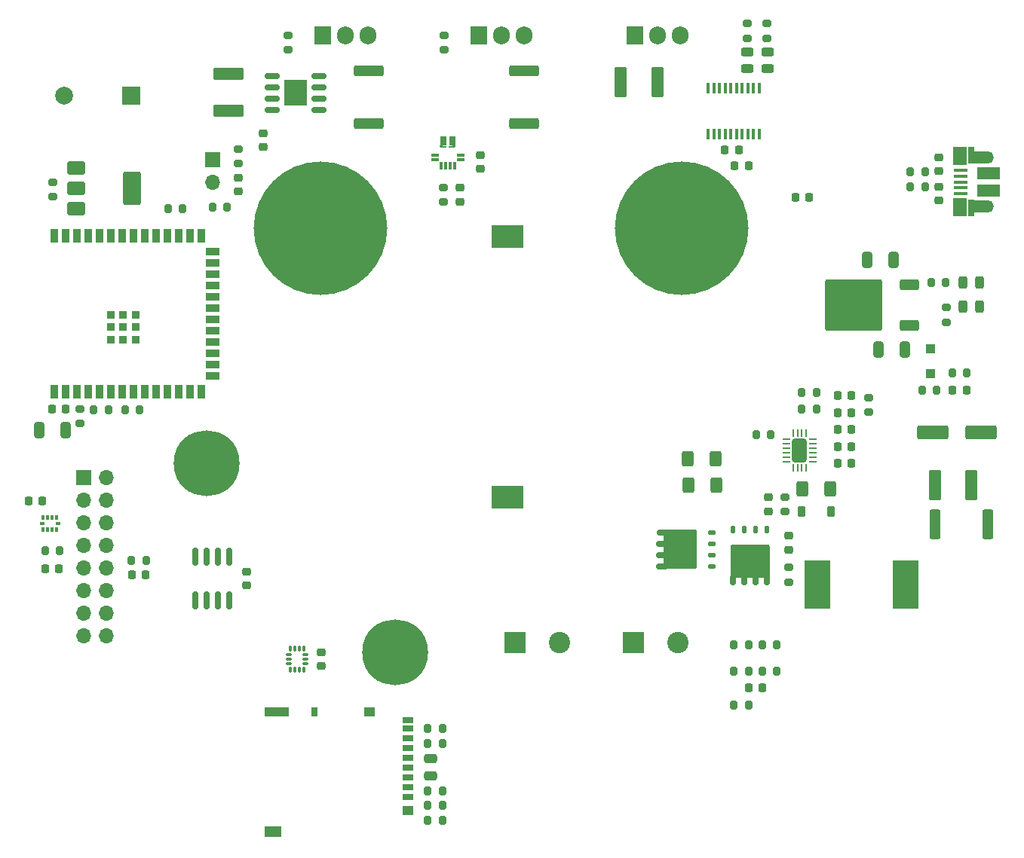
<source format=gbr>
%TF.GenerationSoftware,KiCad,Pcbnew,7.0.2-0*%
%TF.CreationDate,2023-08-15T10:21:39+08:00*%
%TF.ProjectId,H160_board,48313630-5f62-46f6-9172-642e6b696361,rev?*%
%TF.SameCoordinates,Original*%
%TF.FileFunction,Soldermask,Top*%
%TF.FilePolarity,Negative*%
%FSLAX46Y46*%
G04 Gerber Fmt 4.6, Leading zero omitted, Abs format (unit mm)*
G04 Created by KiCad (PCBNEW 7.0.2-0) date 2023-08-15 10:21:39*
%MOMM*%
%LPD*%
G01*
G04 APERTURE LIST*
G04 Aperture macros list*
%AMRoundRect*
0 Rectangle with rounded corners*
0 $1 Rounding radius*
0 $2 $3 $4 $5 $6 $7 $8 $9 X,Y pos of 4 corners*
0 Add a 4 corners polygon primitive as box body*
4,1,4,$2,$3,$4,$5,$6,$7,$8,$9,$2,$3,0*
0 Add four circle primitives for the rounded corners*
1,1,$1+$1,$2,$3*
1,1,$1+$1,$4,$5*
1,1,$1+$1,$6,$7*
1,1,$1+$1,$8,$9*
0 Add four rect primitives between the rounded corners*
20,1,$1+$1,$2,$3,$4,$5,0*
20,1,$1+$1,$4,$5,$6,$7,0*
20,1,$1+$1,$6,$7,$8,$9,0*
20,1,$1+$1,$8,$9,$2,$3,0*%
%AMRotRect*
0 Rectangle, with rotation*
0 The origin of the aperture is its center*
0 $1 length*
0 $2 width*
0 $3 Rotation angle, in degrees counterclockwise*
0 Add horizontal line*
21,1,$1,$2,0,0,$3*%
G04 Aperture macros list end*
%ADD10RoundRect,0.125000X0.300000X-0.125000X0.300000X0.125000X-0.300000X0.125000X-0.300000X-0.125000X0*%
%ADD11RoundRect,0.250000X1.625000X-1.955000X1.625000X1.955000X-1.625000X1.955000X-1.625000X-1.955000X0*%
%ADD12RoundRect,0.150000X0.487500X-0.150000X0.487500X0.150000X-0.487500X0.150000X-0.487500X-0.150000X0*%
%ADD13RoundRect,0.150000X0.450000X-0.150000X0.450000X0.150000X-0.450000X0.150000X-0.450000X-0.150000X0*%
%ADD14RoundRect,0.150000X0.337500X-0.150000X0.337500X0.150000X-0.337500X0.150000X-0.337500X-0.150000X0*%
%ADD15RoundRect,0.200000X0.200000X0.275000X-0.200000X0.275000X-0.200000X-0.275000X0.200000X-0.275000X0*%
%ADD16RoundRect,0.200000X-0.200000X-0.275000X0.200000X-0.275000X0.200000X0.275000X-0.200000X0.275000X0*%
%ADD17RoundRect,0.225000X0.225000X0.250000X-0.225000X0.250000X-0.225000X-0.250000X0.225000X-0.250000X0*%
%ADD18RoundRect,0.225000X-0.250000X0.225000X-0.250000X-0.225000X0.250000X-0.225000X0.250000X0.225000X0*%
%ADD19RoundRect,0.125000X0.125000X0.300000X-0.125000X0.300000X-0.125000X-0.300000X0.125000X-0.300000X0*%
%ADD20RoundRect,0.250000X1.955000X1.625000X-1.955000X1.625000X-1.955000X-1.625000X1.955000X-1.625000X0*%
%ADD21RoundRect,0.150000X0.150000X0.487500X-0.150000X0.487500X-0.150000X-0.487500X0.150000X-0.487500X0*%
%ADD22RoundRect,0.150000X0.150000X0.450000X-0.150000X0.450000X-0.150000X-0.450000X0.150000X-0.450000X0*%
%ADD23RoundRect,0.150000X0.150000X0.337500X-0.150000X0.337500X-0.150000X-0.337500X0.150000X-0.337500X0*%
%ADD24RoundRect,0.200000X0.275000X-0.200000X0.275000X0.200000X-0.275000X0.200000X-0.275000X-0.200000X0*%
%ADD25RoundRect,0.243750X0.243750X0.456250X-0.243750X0.456250X-0.243750X-0.456250X0.243750X-0.456250X0*%
%ADD26RoundRect,0.250000X0.325000X0.650000X-0.325000X0.650000X-0.325000X-0.650000X0.325000X-0.650000X0*%
%ADD27R,2.400000X2.400000*%
%ADD28C,2.400000*%
%ADD29RoundRect,0.200000X-0.275000X0.200000X-0.275000X-0.200000X0.275000X-0.200000X0.275000X0.200000X0*%
%ADD30RoundRect,0.250000X-1.425000X0.362500X-1.425000X-0.362500X1.425000X-0.362500X1.425000X0.362500X0*%
%ADD31R,1.650000X0.400000*%
%ADD32R,0.700000X1.825000*%
%ADD33R,1.500000X2.000000*%
%ADD34R,2.000000X1.350000*%
%ADD35O,1.700000X1.350000*%
%ADD36O,1.500000X1.100000*%
%ADD37R,2.500000X1.430000*%
%ADD38R,0.900000X1.500000*%
%ADD39R,1.500000X0.900000*%
%ADD40R,0.900000X0.900000*%
%ADD41RoundRect,0.062500X0.362500X0.062500X-0.362500X0.062500X-0.362500X-0.062500X0.362500X-0.062500X0*%
%ADD42RoundRect,0.062500X0.062500X0.362500X-0.062500X0.362500X-0.062500X-0.362500X0.062500X-0.362500X0*%
%ADD43RoundRect,0.250000X0.575000X1.075000X-0.575000X1.075000X-0.575000X-1.075000X0.575000X-1.075000X0*%
%ADD44C,15.000000*%
%ADD45RoundRect,0.250000X0.850000X0.350000X-0.850000X0.350000X-0.850000X-0.350000X0.850000X-0.350000X0*%
%ADD46RoundRect,0.249997X2.950003X2.650003X-2.950003X2.650003X-2.950003X-2.650003X2.950003X-2.650003X0*%
%ADD47RoundRect,0.250000X-0.750000X-0.500000X0.750000X-0.500000X0.750000X0.500000X-0.750000X0.500000X0*%
%ADD48RoundRect,0.250000X-0.750000X-1.650000X0.750000X-1.650000X0.750000X1.650000X-0.750000X1.650000X0*%
%ADD49R,2.900000X5.400000*%
%ADD50RoundRect,0.250000X-0.400000X-0.625000X0.400000X-0.625000X0.400000X0.625000X-0.400000X0.625000X0*%
%ADD51C,4.100000*%
%ADD52C,7.400000*%
%ADD53RoundRect,0.250000X-0.475000X0.250000X-0.475000X-0.250000X0.475000X-0.250000X0.475000X0.250000X0*%
%ADD54RoundRect,0.150000X0.150000X-0.825000X0.150000X0.825000X-0.150000X0.825000X-0.150000X-0.825000X0*%
%ADD55RoundRect,0.225000X0.250000X-0.225000X0.250000X0.225000X-0.250000X0.225000X-0.250000X-0.225000X0*%
%ADD56R,1.905000X2.000000*%
%ADD57O,1.905000X2.000000*%
%ADD58RoundRect,0.250000X-0.300000X0.300000X-0.300000X-0.300000X0.300000X-0.300000X0.300000X0.300000X0*%
%ADD59R,0.400000X1.200000*%
%ADD60R,0.800000X1.070000*%
%ADD61RotRect,0.282800X0.282800X315.000000*%
%ADD62R,0.600000X0.200000*%
%ADD63R,0.850000X0.300000*%
%ADD64R,0.300000X0.850000*%
%ADD65RoundRect,0.225000X-0.225000X-0.250000X0.225000X-0.250000X0.225000X0.250000X-0.225000X0.250000X0*%
%ADD66R,2.000000X2.000000*%
%ADD67C,2.000000*%
%ADD68R,1.700000X1.700000*%
%ADD69O,1.700000X1.700000*%
%ADD70RoundRect,0.150000X0.675000X0.150000X-0.675000X0.150000X-0.675000X-0.150000X0.675000X-0.150000X0*%
%ADD71R,2.650000X3.000000*%
%ADD72RoundRect,0.249999X0.450001X1.450001X-0.450001X1.450001X-0.450001X-1.450001X0.450001X-1.450001X0*%
%ADD73RoundRect,0.250000X-0.362500X-1.425000X0.362500X-1.425000X0.362500X1.425000X-0.362500X1.425000X0*%
%ADD74RoundRect,0.243750X0.456250X-0.243750X0.456250X0.243750X-0.456250X0.243750X-0.456250X-0.243750X0*%
%ADD75RoundRect,0.249999X-1.450001X0.450001X-1.450001X-0.450001X1.450001X-0.450001X1.450001X0.450001X0*%
%ADD76RoundRect,0.225000X-0.225000X-0.375000X0.225000X-0.375000X0.225000X0.375000X-0.225000X0.375000X0*%
%ADD77RoundRect,0.250000X1.500000X0.550000X-1.500000X0.550000X-1.500000X-0.550000X1.500000X-0.550000X0*%
%ADD78R,3.600000X2.600000*%
%ADD79R,1.200000X0.700000*%
%ADD80R,0.800000X1.000000*%
%ADD81R,1.200000X1.000000*%
%ADD82R,2.800000X1.000000*%
%ADD83R,1.900000X1.300000*%
%ADD84R,0.300000X0.580000*%
%ADD85R,0.630000X0.350000*%
%ADD86RoundRect,0.087500X0.087500X-0.225000X0.087500X0.225000X-0.087500X0.225000X-0.087500X-0.225000X0*%
%ADD87RoundRect,0.087500X0.225000X-0.087500X0.225000X0.087500X-0.225000X0.087500X-0.225000X-0.087500X0*%
G04 APERTURE END LIST*
D10*
%TO.C,Q1*%
X123675000Y-123455000D03*
X123675000Y-122185000D03*
X123675000Y-120915000D03*
X123675000Y-119645000D03*
D11*
X120125000Y-121550000D03*
D12*
X118082600Y-123455000D03*
D13*
X118057200Y-119645000D03*
D14*
X117930200Y-122185000D03*
X117930200Y-120915000D03*
%TD*%
D15*
%TO.C,R35*%
X93425000Y-152000000D03*
X91775000Y-152000000D03*
%TD*%
D16*
%TO.C,R15*%
X148275000Y-91600000D03*
X149925000Y-91600000D03*
%TD*%
D17*
%TO.C,C30*%
X48475000Y-116150000D03*
X46925000Y-116150000D03*
%TD*%
D18*
%TO.C,C34*%
X95400000Y-80925000D03*
X95400000Y-82475000D03*
%TD*%
D19*
%TO.C,Q2*%
X129880000Y-119350000D03*
X128610000Y-119350000D03*
X127340000Y-119350000D03*
X126070000Y-119350000D03*
D20*
X127975000Y-122900000D03*
D21*
X129880000Y-124942400D03*
D22*
X126070000Y-124967800D03*
D23*
X128610000Y-125094800D03*
X127340000Y-125094800D03*
%TD*%
D24*
%TO.C,R26*%
X49700000Y-81925000D03*
X49700000Y-80275000D03*
%TD*%
D17*
%TO.C,C27*%
X51095000Y-105825000D03*
X49545000Y-105825000D03*
%TD*%
D15*
%TO.C,R33*%
X127775000Y-139025000D03*
X126125000Y-139025000D03*
%TD*%
D16*
%TO.C,R1*%
X126150000Y-135225000D03*
X127800000Y-135225000D03*
%TD*%
D25*
%TO.C,D4*%
X153737500Y-91600000D03*
X151862500Y-91600000D03*
%TD*%
D15*
%TO.C,R19*%
X147600000Y-79075000D03*
X145950000Y-79075000D03*
%TD*%
D26*
%TO.C,C17*%
X144050000Y-89000000D03*
X141100000Y-89000000D03*
%TD*%
D27*
%TO.C,C4*%
X101601041Y-132000000D03*
D28*
X106601041Y-132000000D03*
%TD*%
D29*
%TO.C,R27*%
X52700000Y-105775000D03*
X52700000Y-107425000D03*
%TD*%
D30*
%TO.C,R20*%
X102600000Y-67737500D03*
X102600000Y-73662500D03*
%TD*%
D31*
%TO.C,J6*%
X151600000Y-81560000D03*
X151600000Y-80910000D03*
X151600000Y-80260000D03*
X151600000Y-79610000D03*
X151600000Y-78960000D03*
D32*
X152800000Y-83210000D03*
D33*
X151500000Y-83110000D03*
D34*
X153550000Y-82990000D03*
D35*
X154480000Y-82990000D03*
D36*
X151480000Y-82680000D03*
D37*
X154750000Y-81220000D03*
X154750000Y-79300000D03*
D36*
X151480000Y-77840000D03*
D35*
X154480000Y-77530000D03*
D34*
X153550000Y-77510000D03*
D33*
X151480000Y-77360000D03*
D32*
X152800000Y-77260000D03*
%TD*%
D38*
%TO.C,U6*%
X49840000Y-103825000D03*
X51110000Y-103825000D03*
X52380000Y-103825000D03*
X53650000Y-103825000D03*
X54920000Y-103825000D03*
X56190000Y-103825000D03*
X57460000Y-103825000D03*
X58730000Y-103825000D03*
X60000000Y-103825000D03*
X61270000Y-103825000D03*
X62540000Y-103825000D03*
X63810000Y-103825000D03*
X65080000Y-103825000D03*
X66350000Y-103825000D03*
D39*
X67600000Y-102060000D03*
X67600000Y-100790000D03*
X67600000Y-99520000D03*
X67600000Y-98250000D03*
X67600000Y-96980000D03*
X67600000Y-95710000D03*
X67600000Y-94440000D03*
X67600000Y-93170000D03*
X67600000Y-91900000D03*
X67600000Y-90630000D03*
X67600000Y-89360000D03*
X67600000Y-88090000D03*
D38*
X66350000Y-86325000D03*
X65080000Y-86325000D03*
X63810000Y-86325000D03*
X62540000Y-86325000D03*
X61270000Y-86325000D03*
X60000000Y-86325000D03*
X58730000Y-86325000D03*
X57460000Y-86325000D03*
X56190000Y-86325000D03*
X54920000Y-86325000D03*
X53650000Y-86325000D03*
X52380000Y-86325000D03*
X51110000Y-86325000D03*
X49840000Y-86325000D03*
D40*
X56160000Y-97975000D03*
X57560000Y-97975000D03*
X58960000Y-97975000D03*
X56160000Y-96575000D03*
X57560000Y-96575000D03*
X58960000Y-96575000D03*
X56160000Y-95175000D03*
X57560000Y-95175000D03*
X58960000Y-95175000D03*
%TD*%
D41*
%TO.C,U1*%
X134975000Y-111700000D03*
X134975000Y-111200000D03*
X134975000Y-110700000D03*
X134975000Y-110200000D03*
X134975000Y-109700000D03*
X134975000Y-109200000D03*
D42*
X134275000Y-108500000D03*
X133775000Y-108500000D03*
X133275000Y-108500000D03*
X132775000Y-108500000D03*
D41*
X132075000Y-109200000D03*
X132075000Y-109700000D03*
X132075000Y-110200000D03*
X132075000Y-110700000D03*
X132075000Y-111200000D03*
X132075000Y-111700000D03*
D42*
X132775000Y-112400000D03*
X133275000Y-112400000D03*
X133775000Y-112400000D03*
X134275000Y-112400000D03*
D43*
X133525000Y-110450000D03*
%TD*%
D44*
%TO.C,H2*%
X120250000Y-85500000D03*
%TD*%
D45*
%TO.C,U2*%
X145875000Y-96400000D03*
D46*
X139575000Y-94120000D03*
D45*
X145875000Y-91840000D03*
%TD*%
D47*
%TO.C,Q6*%
X52250000Y-78700000D03*
X52250000Y-81000000D03*
D48*
X58550000Y-81000000D03*
D47*
X52250000Y-83300000D03*
%TD*%
D17*
%TO.C,C9*%
X152250000Y-103700000D03*
X150700000Y-103700000D03*
%TD*%
D49*
%TO.C,L1*%
X135550000Y-125500000D03*
X145450000Y-125500000D03*
%TD*%
D50*
%TO.C,C2*%
X121075000Y-114300000D03*
X124175000Y-114300000D03*
%TD*%
D15*
%TO.C,R12*%
X130300000Y-108700000D03*
X128650000Y-108700000D03*
%TD*%
D51*
%TO.C,H1*%
X88131000Y-133092000D03*
D52*
X88131000Y-133092000D03*
%TD*%
D18*
%TO.C,C20*%
X149150000Y-80800000D03*
X149150000Y-82350000D03*
%TD*%
D16*
%TO.C,R10*%
X133750000Y-103900000D03*
X135400000Y-103900000D03*
%TD*%
D53*
%TO.C,C35*%
X92100000Y-145100000D03*
X92100000Y-147000000D03*
%TD*%
D16*
%TO.C,R3*%
X126150000Y-132275000D03*
X127800000Y-132275000D03*
%TD*%
D54*
%TO.C,U8*%
X65695000Y-127300000D03*
X66965000Y-127300000D03*
X68235000Y-127300000D03*
X69505000Y-127300000D03*
X69505000Y-122350000D03*
X68235000Y-122350000D03*
X66965000Y-122350000D03*
X65695000Y-122350000D03*
%TD*%
D55*
%TO.C,C6*%
X129975000Y-117275000D03*
X129975000Y-115725000D03*
%TD*%
D56*
%TO.C,Q4*%
X97500000Y-63800000D03*
D57*
X100040000Y-63800000D03*
X102580000Y-63800000D03*
%TD*%
D15*
%TO.C,R31*%
X50439939Y-121740018D03*
X48789939Y-121740018D03*
%TD*%
%TO.C,R7*%
X135400000Y-105800000D03*
X133750000Y-105800000D03*
%TD*%
D24*
%TO.C,R11*%
X132275000Y-125250000D03*
X132275000Y-123600000D03*
%TD*%
%TO.C,R9*%
X150000000Y-96025000D03*
X150000000Y-94375000D03*
%TD*%
D29*
%TO.C,R14*%
X141275000Y-104475000D03*
X141275000Y-106125000D03*
%TD*%
D51*
%TO.C,H4*%
X66907000Y-111879000D03*
D52*
X66907000Y-111879000D03*
%TD*%
D24*
%TO.C,R24*%
X70500000Y-78225000D03*
X70500000Y-76575000D03*
%TD*%
D55*
%TO.C,C21*%
X149150000Y-79050000D03*
X149150000Y-77500000D03*
%TD*%
D26*
%TO.C,C16*%
X145350000Y-99100000D03*
X142400000Y-99100000D03*
%TD*%
D55*
%TO.C,C13*%
X132275000Y-121600000D03*
X132275000Y-120050000D03*
%TD*%
D58*
%TO.C,D3*%
X148175000Y-99000000D03*
X148175000Y-101800000D03*
%TD*%
D59*
%TO.C,U3*%
X128957500Y-69700000D03*
X128322500Y-69700000D03*
X127687500Y-69700000D03*
X127052500Y-69700000D03*
X126417500Y-69700000D03*
X125782500Y-69700000D03*
X125147500Y-69700000D03*
X124512500Y-69700000D03*
X123877500Y-69700000D03*
X123242500Y-69700000D03*
X123242500Y-74900000D03*
X123877500Y-74900000D03*
X124512500Y-74900000D03*
X125147500Y-74900000D03*
X125782500Y-74900000D03*
X126417500Y-74900000D03*
X127052500Y-74900000D03*
X127687500Y-74900000D03*
X128322500Y-74900000D03*
X128957500Y-74900000D03*
%TD*%
D60*
%TO.C,U4*%
X94500000Y-75680000D03*
D61*
X94700000Y-76215000D03*
D62*
X94400000Y-76315000D03*
D60*
X93500000Y-75680000D03*
D61*
X93300000Y-76215000D03*
D62*
X93600000Y-76315000D03*
D63*
X92550000Y-77230000D03*
X92550000Y-77730000D03*
D64*
X93250000Y-78430000D03*
X93750000Y-78430000D03*
X94250000Y-78430000D03*
X94750000Y-78430000D03*
D63*
X95450000Y-77730000D03*
X95450000Y-77230000D03*
%TD*%
D50*
%TO.C,C1*%
X120975000Y-111400000D03*
X124075000Y-111400000D03*
%TD*%
D56*
%TO.C,Q5*%
X80000000Y-63800000D03*
D57*
X82540000Y-63800000D03*
X85080000Y-63800000D03*
%TD*%
D15*
%TO.C,R37*%
X93425000Y-148700000D03*
X91775000Y-148700000D03*
%TD*%
D18*
%TO.C,C25*%
X70500000Y-79800000D03*
X70500000Y-81350000D03*
%TD*%
D65*
%TO.C,C15*%
X137800000Y-106200000D03*
X139350000Y-106200000D03*
%TD*%
D25*
%TO.C,D2*%
X153737500Y-94300000D03*
X151862500Y-94300000D03*
%TD*%
D65*
%TO.C,C7*%
X137800000Y-111900000D03*
X139350000Y-111900000D03*
%TD*%
D15*
%TO.C,R39*%
X93425000Y-141700000D03*
X91775000Y-141700000D03*
%TD*%
D66*
%TO.C,BZ1*%
X58500000Y-70600000D03*
D67*
X50900000Y-70600000D03*
%TD*%
D68*
%TO.C,J2*%
X67600000Y-77775000D03*
D69*
X67600000Y-80315000D03*
%TD*%
D16*
%TO.C,R30*%
X57775000Y-105900000D03*
X59425000Y-105900000D03*
%TD*%
D70*
%TO.C,U5*%
X79525000Y-72155000D03*
X79525000Y-70885000D03*
X79525000Y-69615000D03*
X79525000Y-68345000D03*
X74275000Y-68345000D03*
X74275000Y-69615000D03*
X74275000Y-70885000D03*
X74275000Y-72155000D03*
D71*
X76900000Y-70250000D03*
%TD*%
D72*
%TO.C,C22*%
X117550000Y-69000000D03*
X113450000Y-69000000D03*
%TD*%
D68*
%TO.C,J4*%
X53160000Y-113480000D03*
D69*
X55700000Y-113480000D03*
X53160000Y-116020000D03*
X55700000Y-116020000D03*
X53160000Y-118560000D03*
X55700000Y-118560000D03*
X53160000Y-121100000D03*
X55700000Y-121100000D03*
X53160000Y-123640000D03*
X55700000Y-123640000D03*
X53160000Y-126180000D03*
X55700000Y-126180000D03*
X53160000Y-128720000D03*
X55700000Y-128720000D03*
X53160000Y-131260000D03*
X55700000Y-131260000D03*
%TD*%
D24*
%TO.C,R22*%
X93600000Y-65425000D03*
X93600000Y-63775000D03*
%TD*%
D65*
%TO.C,C12*%
X137800000Y-108100000D03*
X139350000Y-108100000D03*
%TD*%
D16*
%TO.C,R5*%
X129325000Y-132275000D03*
X130975000Y-132275000D03*
%TD*%
D17*
%TO.C,C31*%
X50375000Y-123700000D03*
X48825000Y-123700000D03*
%TD*%
D65*
%TO.C,C18*%
X126225000Y-78400000D03*
X127775000Y-78400000D03*
%TD*%
D18*
%TO.C,C23*%
X97700000Y-77225000D03*
X97700000Y-78775000D03*
%TD*%
D29*
%TO.C,R4*%
X131875000Y-115675000D03*
X131875000Y-117325000D03*
%TD*%
D55*
%TO.C,C29*%
X71400000Y-125600000D03*
X71400000Y-124050000D03*
%TD*%
D73*
%TO.C,R6*%
X148712500Y-118700000D03*
X154637500Y-118700000D03*
%TD*%
D74*
%TO.C,D5*%
X127600000Y-67537500D03*
X127600000Y-65662500D03*
%TD*%
D15*
%TO.C,R29*%
X55925000Y-105900000D03*
X54275000Y-105900000D03*
%TD*%
D16*
%TO.C,R32*%
X58475000Y-122800000D03*
X60125000Y-122800000D03*
%TD*%
D75*
%TO.C,C24*%
X69400000Y-68150000D03*
X69400000Y-72250000D03*
%TD*%
D27*
%TO.C,C5*%
X114850000Y-132000000D03*
D28*
X119850000Y-132000000D03*
%TD*%
D15*
%TO.C,R8*%
X152300000Y-101700000D03*
X150650000Y-101700000D03*
%TD*%
D16*
%TO.C,R25*%
X67600000Y-83125000D03*
X69250000Y-83125000D03*
%TD*%
D26*
%TO.C,C26*%
X51095000Y-108125000D03*
X48145000Y-108125000D03*
%TD*%
D15*
%TO.C,R13*%
X148900000Y-103700000D03*
X147250000Y-103700000D03*
%TD*%
D65*
%TO.C,C14*%
X137800000Y-104300000D03*
X139350000Y-104300000D03*
%TD*%
D18*
%TO.C,C36*%
X73250000Y-74800000D03*
X73250000Y-76350000D03*
%TD*%
D65*
%TO.C,C32*%
X58525000Y-124400000D03*
X60075000Y-124400000D03*
%TD*%
D72*
%TO.C,C10*%
X152825000Y-114300000D03*
X148725000Y-114300000D03*
%TD*%
D76*
%TO.C,D1*%
X133725000Y-117300000D03*
X137025000Y-117300000D03*
%TD*%
D29*
%TO.C,R17*%
X129800000Y-62475000D03*
X129800000Y-64125000D03*
%TD*%
D16*
%TO.C,R2*%
X129325000Y-135225000D03*
X130975000Y-135225000D03*
%TD*%
D15*
%TO.C,R36*%
X93425000Y-150350000D03*
X91775000Y-150350000D03*
%TD*%
D77*
%TO.C,C11*%
X153875000Y-108400000D03*
X148475000Y-108400000D03*
%TD*%
D50*
%TO.C,C3*%
X133825000Y-114800000D03*
X136925000Y-114800000D03*
%TD*%
D65*
%TO.C,C19*%
X125125000Y-76700000D03*
X126675000Y-76700000D03*
%TD*%
D16*
%TO.C,R28*%
X62575000Y-83300000D03*
X64225000Y-83300000D03*
%TD*%
D15*
%TO.C,R38*%
X93425000Y-143400000D03*
X91775000Y-143400000D03*
%TD*%
D74*
%TO.C,D6*%
X129900000Y-67537500D03*
X129900000Y-65662500D03*
%TD*%
D78*
%TO.C,BT1*%
X100675000Y-115725000D03*
X100675000Y-86425000D03*
%TD*%
D79*
%TO.C,J5*%
X89500000Y-149400000D03*
X89500000Y-148300000D03*
X89500000Y-147200000D03*
X89500000Y-146100000D03*
X89500000Y-145000000D03*
X89500000Y-143900000D03*
X89500000Y-142800000D03*
X89500000Y-141700000D03*
X89500000Y-140750000D03*
D80*
X79000000Y-139800000D03*
D81*
X85200000Y-139800000D03*
D82*
X74850000Y-139800000D03*
D81*
X89500000Y-150950000D03*
D83*
X74400000Y-153300000D03*
%TD*%
D15*
%TO.C,R18*%
X147600000Y-80775000D03*
X145950000Y-80775000D03*
%TD*%
D44*
%TO.C,H3*%
X79750000Y-85500000D03*
%TD*%
D84*
%TO.C,U9*%
X48600000Y-119300000D03*
X49100000Y-119300000D03*
X49600000Y-119300000D03*
X50100000Y-119300000D03*
D85*
X50225000Y-118645000D03*
D84*
X50100000Y-118020000D03*
X49600000Y-118020000D03*
X49100000Y-118020000D03*
X48600000Y-118020000D03*
D85*
X48500000Y-118645000D03*
%TD*%
D17*
%TO.C,FB1*%
X134575000Y-82000000D03*
X133025000Y-82000000D03*
%TD*%
D65*
%TO.C,C33*%
X127775000Y-137125000D03*
X129325000Y-137125000D03*
%TD*%
D30*
%TO.C,R21*%
X85100000Y-67737500D03*
X85100000Y-73662500D03*
%TD*%
D55*
%TO.C,C28*%
X79772500Y-134645000D03*
X79772500Y-133095000D03*
%TD*%
D56*
%TO.C,Q3*%
X115000000Y-63800000D03*
D57*
X117540000Y-63800000D03*
X120080000Y-63800000D03*
%TD*%
D29*
%TO.C,R16*%
X127600000Y-62475000D03*
X127600000Y-64125000D03*
%TD*%
D65*
%TO.C,C8*%
X137800000Y-110000000D03*
X139350000Y-110000000D03*
%TD*%
D86*
%TO.C,U7*%
X76337500Y-135062500D03*
X76837500Y-135062500D03*
X77337500Y-135062500D03*
X77837500Y-135062500D03*
D87*
X78000000Y-134400000D03*
X78000000Y-133900000D03*
X78000000Y-133400000D03*
D86*
X77837500Y-132737500D03*
X77337500Y-132737500D03*
X76837500Y-132737500D03*
X76337500Y-132737500D03*
D87*
X76175000Y-133400000D03*
X76175000Y-133900000D03*
X76175000Y-134400000D03*
%TD*%
D24*
%TO.C,R23*%
X76100000Y-65425000D03*
X76100000Y-63775000D03*
%TD*%
D29*
%TO.C,R34*%
X93500000Y-80875000D03*
X93500000Y-82525000D03*
%TD*%
M02*

</source>
